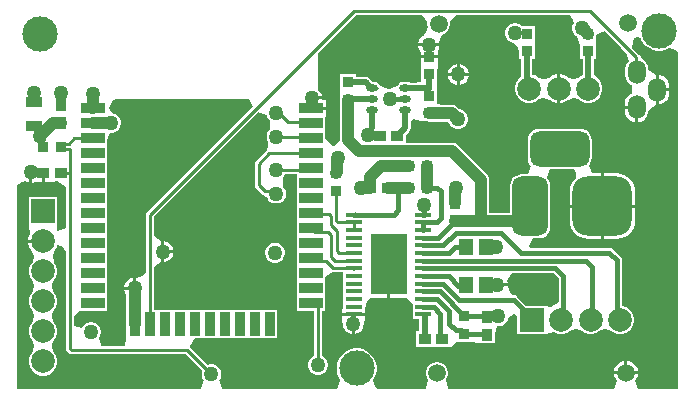
<source format=gbr>
%TF.GenerationSoftware,Altium Limited,Altium Designer,23.4.1 (23)*%
G04 Layer_Physical_Order=1*
G04 Layer_Color=255*
%FSLAX45Y45*%
%MOMM*%
%TF.SameCoordinates,95043EA5-DFE4-4E97-A360-3BE786514F03*%
%TF.FilePolarity,Positive*%
%TF.FileFunction,Copper,L1,Top,Signal*%
%TF.Part,Single*%
G01*
G75*
%TA.AperFunction,SMDPad,CuDef*%
%ADD10R,2.00000X0.90000*%
%ADD11R,0.90000X2.00000*%
%ADD12R,0.95000X0.95000*%
%ADD13R,0.95000X1.00000*%
%TA.AperFunction,ConnectorPad*%
%ADD14R,1.00000X0.95000*%
%TA.AperFunction,SMDPad,CuDef*%
%ADD15R,0.95000X0.95000*%
%TA.AperFunction,ConnectorPad*%
%ADD16R,1.45000X0.85000*%
%TA.AperFunction,SMDPad,CuDef*%
%ADD17O,1.00000X0.60000*%
%ADD18R,1.00000X0.95000*%
%ADD19R,1.40000X0.45000*%
%ADD20R,3.10000X5.18000*%
%ADD21R,1.15000X1.35000*%
%TA.AperFunction,Conductor*%
%ADD22C,1.00000*%
%ADD23C,0.25400*%
%ADD24C,0.40000*%
%ADD25C,0.50000*%
%TA.AperFunction,ComponentPad*%
%ADD26C,2.00000*%
%ADD27R,2.00000X2.00000*%
%TA.AperFunction,ViaPad*%
%ADD28C,3.00000*%
%TA.AperFunction,ComponentPad*%
%ADD29O,1.50000X1.52400*%
%ADD30C,1.50000*%
%ADD31O,1.50000X2.00000*%
G04:AMPARAMS|DCode=32|XSize=5mm|YSize=3mm|CornerRadius=0.75mm|HoleSize=0mm|Usage=FLASHONLY|Rotation=180.000|XOffset=0mm|YOffset=0mm|HoleType=Round|Shape=RoundedRectangle|*
%AMROUNDEDRECTD32*
21,1,5.00000,1.50000,0,0,180.0*
21,1,3.50000,3.00000,0,0,180.0*
1,1,1.50000,-1.75000,0.75000*
1,1,1.50000,1.75000,0.75000*
1,1,1.50000,1.75000,-0.75000*
1,1,1.50000,-1.75000,-0.75000*
%
%ADD32ROUNDEDRECTD32*%
G04:AMPARAMS|DCode=33|XSize=3mm|YSize=5mm|CornerRadius=0.75mm|HoleSize=0mm|Usage=FLASHONLY|Rotation=180.000|XOffset=0mm|YOffset=0mm|HoleType=Round|Shape=RoundedRectangle|*
%AMROUNDEDRECTD33*
21,1,3.00000,3.50000,0,0,180.0*
21,1,1.50000,5.00000,0,0,180.0*
1,1,1.50000,-0.75000,1.75000*
1,1,1.50000,0.75000,1.75000*
1,1,1.50000,0.75000,-1.75000*
1,1,1.50000,-0.75000,-1.75000*
%
%ADD33ROUNDEDRECTD33*%
G04:AMPARAMS|DCode=34|XSize=5mm|YSize=5mm|CornerRadius=1.25mm|HoleSize=0mm|Usage=FLASHONLY|Rotation=180.000|XOffset=0mm|YOffset=0mm|HoleType=Round|Shape=RoundedRectangle|*
%AMROUNDEDRECTD34*
21,1,5.00000,2.50000,0,0,180.0*
21,1,2.50000,5.00000,0,0,180.0*
1,1,2.50000,-1.25000,1.25000*
1,1,2.50000,1.25000,1.25000*
1,1,2.50000,1.25000,-1.25000*
1,1,2.50000,-1.25000,-1.25000*
%
%ADD34ROUNDEDRECTD34*%
%ADD35R,2.00000X2.00000*%
%TA.AperFunction,ViaPad*%
%ADD36C,1.27000*%
%ADD37C,0.50000*%
G36*
X4761186Y3172350D02*
X4769193Y3144359D01*
X4762190Y3132230D01*
X4756500Y3110993D01*
Y3089007D01*
X4762190Y3067770D01*
X4773183Y3048730D01*
X4788730Y3033183D01*
X4792808Y3030828D01*
X4815581Y2986570D01*
X4822498Y2955023D01*
X4822498Y2918123D01*
Y2838126D01*
X4844117D01*
Y2701939D01*
X4843682Y2701822D01*
X4816318Y2686024D01*
X4812433Y2682138D01*
X4764083Y2671983D01*
X4724316Y2683027D01*
X4716997Y2690345D01*
X4688403Y2706854D01*
X4656509Y2715400D01*
X4652700D01*
Y2590000D01*
Y2464600D01*
X4656509D01*
X4688403Y2473146D01*
X4716997Y2489655D01*
X4724316Y2496973D01*
X4764083Y2508017D01*
X4812433Y2497861D01*
X4816318Y2493976D01*
X4843682Y2478178D01*
X4874202Y2470000D01*
X4905798D01*
X4936319Y2478178D01*
X4963682Y2493976D01*
X4986024Y2516318D01*
X5001822Y2543681D01*
X5010000Y2574202D01*
Y2605798D01*
X5001822Y2636318D01*
X4986024Y2663682D01*
X4963682Y2686024D01*
X4936319Y2701822D01*
X4935880Y2701940D01*
Y2838126D01*
X4957498D01*
Y2918123D01*
X4957498Y2970234D01*
X4957561Y2976281D01*
X4958881Y3042553D01*
X4959163Y3044692D01*
X4989529Y3063451D01*
X5028777Y3074072D01*
X5168641Y2934208D01*
Y2934207D01*
X5168642Y2934207D01*
X5168644Y2934205D01*
D01*
X5209395Y2893454D01*
X5232245Y2822755D01*
X5217018Y2802910D01*
X5207445Y2779800D01*
X5204180Y2755000D01*
Y2705000D01*
X5207445Y2680200D01*
X5217018Y2657090D01*
X5232245Y2637245D01*
X5252090Y2622018D01*
X5259204Y2619071D01*
X5262734Y2603034D01*
X5261797Y2556693D01*
X5259436Y2546870D01*
X5249367Y2542700D01*
X5228394Y2526607D01*
X5212301Y2505634D01*
X5202184Y2481210D01*
X5198734Y2455000D01*
Y2442700D01*
X5300000D01*
Y2430000D01*
X5312700D01*
Y2305406D01*
X5326210Y2307184D01*
X5350633Y2317301D01*
X5371606Y2333394D01*
X5387699Y2354367D01*
X5397815Y2378790D01*
X5401266Y2405000D01*
X5411891Y2416667D01*
X5462299Y2448553D01*
Y2580000D01*
Y2707162D01*
X5416711Y2734419D01*
X5395819Y2755001D01*
X5392554Y2779800D01*
X5382982Y2802910D01*
X5367754Y2822755D01*
X5356968Y2831032D01*
X5325156Y2869611D01*
X5320355Y2876797D01*
X5313942Y2883210D01*
X5313941Y2883210D01*
X5262211Y2934940D01*
Y2934940D01*
X5262211D01*
X5262211Y2934941D01*
X5262211D01*
X5257421Y2939731D01*
X5276984Y3019163D01*
X5307051Y3028544D01*
X5314168Y3027301D01*
X5333497Y3013601D01*
X5339348Y2999475D01*
X5357952Y2971632D01*
X5381631Y2947953D01*
X5409475Y2929348D01*
X5440413Y2916533D01*
X5473257Y2910000D01*
X5506743D01*
X5539587Y2916533D01*
X5570525Y2929348D01*
X5580000Y2935679D01*
X5634578Y2914736D01*
X5650000Y2900589D01*
Y50000D01*
X5315715D01*
X5294954Y87775D01*
X5287699Y120000D01*
X5297699Y133033D01*
X5307816Y157457D01*
X5309752Y172167D01*
X5110248D01*
X5112184Y157457D01*
X5122301Y133033D01*
X5132301Y120000D01*
X5125046Y87775D01*
X5104285Y50000D01*
X3708427D01*
X3705905Y53395D01*
X3684350Y120000D01*
X3686019Y121669D01*
X3698525Y143331D01*
X3705000Y167493D01*
Y192507D01*
X3698525Y216668D01*
X3686019Y238331D01*
X3668331Y256019D01*
X3646668Y268525D01*
X3622507Y275000D01*
X3597493D01*
X3573331Y268525D01*
X3551669Y256019D01*
X3533981Y238331D01*
X3521474Y216668D01*
X3515000Y192507D01*
Y167493D01*
X3521474Y143331D01*
X3533981Y121669D01*
X3535650Y120000D01*
X3514095Y53395D01*
X3511573Y50000D01*
X3099411D01*
X3075942Y88712D01*
X3067639Y120000D01*
X3080652Y139475D01*
X3093467Y170413D01*
X3100000Y203257D01*
Y236743D01*
X3093467Y269587D01*
X3080652Y300525D01*
X3062047Y328369D01*
X3038369Y352048D01*
X3010525Y370652D01*
X2979587Y383467D01*
X2946743Y390000D01*
X2913257D01*
X2880413Y383467D01*
X2849475Y370652D01*
X2821631Y352048D01*
X2797952Y328369D01*
X2779348Y300525D01*
X2766533Y269587D01*
X2760000Y236743D01*
Y203257D01*
X2766533Y170413D01*
X2779348Y139475D01*
X2792361Y120000D01*
X2784058Y88712D01*
X2760589Y50000D01*
X1791978D01*
X1791771Y50270D01*
X1766817Y118730D01*
X1777809Y137770D01*
X1783500Y159007D01*
Y180993D01*
X1777809Y202230D01*
X1766817Y221270D01*
X1751270Y236817D01*
X1732230Y247810D01*
X1710993Y253500D01*
X1689007D01*
X1669009Y248141D01*
X1522674Y394476D01*
X1516170Y408285D01*
X1560575Y478285D01*
X2257910D01*
Y718285D01*
X1210251D01*
Y1072561D01*
X1223380Y1088338D01*
X1277300Y1120506D01*
Y1210000D01*
Y1299494D01*
X1223380Y1331663D01*
X1210251Y1347439D01*
Y1503100D01*
X2096500Y2389349D01*
X2145405Y2375137D01*
X2168329Y2362183D01*
X2172190Y2347770D01*
X2183183Y2328730D01*
X2192204Y2319709D01*
X2192240Y2319621D01*
X2195772Y2280000D01*
X2192240Y2240379D01*
X2192204Y2240291D01*
X2183183Y2231270D01*
X2172190Y2212230D01*
X2166500Y2190993D01*
Y2169007D01*
X2172190Y2147770D01*
X2175489Y2142057D01*
X2176616Y2102865D01*
X2167901Y2068539D01*
X2160119Y2057269D01*
X2102293Y1999443D01*
X2080524Y1977674D01*
X2080523D01*
X2080521Y1977671D01*
X2076425Y1973575D01*
X2076424Y1973574D01*
X2069197Y1962759D01*
X2066659Y1950000D01*
X2066659Y1944203D01*
D01*
X2066659Y1913417D01*
Y1775797D01*
X2066659Y1775797D01*
X2066659Y1770000D01*
X2069197Y1757245D01*
X2069197Y1757241D01*
X2074177Y1749789D01*
X2074177Y1749788D01*
X2076424Y1746425D01*
X2076424Y1746424D01*
X2080523Y1742326D01*
X2080523Y1742325D01*
X2102292Y1720557D01*
X2126985Y1695865D01*
X2130348Y1693617D01*
X2137801Y1688637D01*
X2138356Y1688527D01*
X2176476Y1660347D01*
X2183183Y1648730D01*
X2198730Y1633183D01*
X2217770Y1622190D01*
X2239007Y1616500D01*
X2260993D01*
X2282230Y1622190D01*
X2301270Y1633183D01*
X2316817Y1648730D01*
X2327810Y1667770D01*
X2333500Y1689007D01*
Y1710993D01*
X2327810Y1732230D01*
X2316817Y1751270D01*
X2307796Y1760291D01*
X2307760Y1760379D01*
X2304228Y1800000D01*
X2307760Y1839621D01*
X2307796Y1839709D01*
X2316817Y1848730D01*
X2327168Y1866659D01*
X2424416D01*
Y1721289D01*
Y1594289D01*
Y1467289D01*
Y1340289D01*
Y1213289D01*
Y1086289D01*
Y959289D01*
Y832289D01*
Y705289D01*
X2566659D01*
Y327168D01*
X2548730Y316817D01*
X2533183Y301270D01*
X2522190Y282230D01*
X2516500Y260993D01*
Y239007D01*
X2522190Y217770D01*
X2533183Y198730D01*
X2548730Y183183D01*
X2567770Y172190D01*
X2589007Y166500D01*
X2610993D01*
X2632230Y172190D01*
X2651270Y183183D01*
X2666817Y198730D01*
X2677809Y217770D01*
X2683500Y239007D01*
Y260993D01*
X2677809Y282230D01*
X2666817Y301270D01*
X2651270Y316817D01*
X2633341Y327168D01*
Y705289D01*
X2636659Y705289D01*
X2664416D01*
Y832289D01*
Y959289D01*
Y992362D01*
X2668959Y997625D01*
X2672886Y1000647D01*
X2732498Y1034162D01*
X2815001D01*
Y959999D01*
Y895000D01*
Y830001D01*
Y725400D01*
X2809601D01*
Y690200D01*
X2905001D01*
X3000401D01*
Y725400D01*
X3000401Y725400D01*
X3016841Y788591D01*
X3041847Y815599D01*
X3059036Y815599D01*
X3187302D01*
Y1099999D01*
X3212702D01*
Y815599D01*
X3334997D01*
X3358152Y815599D01*
X3398180Y772366D01*
X3404998Y755786D01*
Y635001D01*
X3459117D01*
Y539573D01*
X3434999D01*
Y404573D01*
X3574998D01*
Y404573D01*
X3585001D01*
Y404573D01*
X3725001D01*
Y404573D01*
X3772498Y447499D01*
X3907497D01*
Y447498D01*
X3962499Y435000D01*
X3962499Y435000D01*
X3972321Y435000D01*
X4097499D01*
Y509794D01*
X4118760Y575733D01*
X4140972Y576499D01*
X4140993Y576500D01*
X4162230Y582190D01*
X4181270Y593183D01*
X4196817Y608730D01*
X4207810Y627770D01*
X4211730Y642400D01*
X4220451Y652961D01*
X4265829Y678770D01*
X4290000Y662975D01*
Y510000D01*
X4530000D01*
Y510000D01*
X4600000Y526077D01*
X4613682Y518178D01*
X4644202Y510000D01*
X4675798D01*
X4706319Y518178D01*
X4733682Y533976D01*
X4741520Y541815D01*
X4785000Y550518D01*
X4828480Y541815D01*
X4836318Y533976D01*
X4863682Y518178D01*
X4894202Y510000D01*
X4925798D01*
X4956319Y518178D01*
X4983682Y533976D01*
X4991520Y541815D01*
X5035000Y550518D01*
X5078480Y541815D01*
X5086318Y533976D01*
X5113682Y518178D01*
X5144202Y510000D01*
X5175798D01*
X5206319Y518178D01*
X5233682Y533976D01*
X5256024Y556318D01*
X5271822Y583682D01*
X5280000Y614202D01*
Y645798D01*
X5271822Y676318D01*
X5256024Y703682D01*
X5233682Y726024D01*
X5206319Y741822D01*
X5175798Y750000D01*
X5175782D01*
Y1135000D01*
X5175783Y1135001D01*
X5172678Y1150608D01*
X5163837Y1163839D01*
X5163837Y1163840D01*
X5098838Y1228838D01*
X5085607Y1237679D01*
X5070000Y1240784D01*
X5069999Y1240783D01*
X4393894D01*
X4385459Y1253556D01*
X4423116Y1323556D01*
X4474997D01*
X4499797Y1326821D01*
X4522907Y1336394D01*
X4542752Y1351621D01*
X4557980Y1371466D01*
X4567552Y1394576D01*
X4570817Y1419376D01*
Y1769376D01*
X4567552Y1794176D01*
X4557980Y1817286D01*
X4543577Y1836056D01*
X4544254Y1841243D01*
X4567914Y1906056D01*
X4767453D01*
X4784002Y1875987D01*
X4790096Y1836056D01*
X4778134Y1826239D01*
X4759340Y1803338D01*
X4745374Y1777210D01*
X4736774Y1748860D01*
X4733870Y1719376D01*
Y1607077D01*
X4997298D01*
Y1870504D01*
X4924833D01*
X4903149Y1913504D01*
X4897650Y1940504D01*
X4907980Y1953966D01*
X4917553Y1977076D01*
X4920818Y2001876D01*
Y2151876D01*
X4917553Y2176676D01*
X4907980Y2199786D01*
X4892753Y2219631D01*
X4872908Y2234858D01*
X4849798Y2244431D01*
X4824998Y2247696D01*
X4474998D01*
X4450198Y2244431D01*
X4427088Y2234858D01*
X4407243Y2219631D01*
X4392016Y2199786D01*
X4382443Y2176676D01*
X4379178Y2151876D01*
Y2001876D01*
X4382443Y1977076D01*
X4392016Y1953966D01*
X4406419Y1935196D01*
X4405742Y1930009D01*
X4382081Y1865196D01*
X4324998D01*
X4300198Y1861931D01*
X4277088Y1852358D01*
X4257243Y1837131D01*
X4242015Y1817286D01*
X4232443Y1794176D01*
X4229178Y1769376D01*
Y1538106D01*
X4050604D01*
Y1818273D01*
X4048198Y1836546D01*
X4041145Y1853575D01*
X4029925Y1868197D01*
X3789924Y2108198D01*
X3775302Y2119418D01*
X3758273Y2126471D01*
X3740000Y2128877D01*
X3349083D01*
X3346690Y2198877D01*
X3372445Y2224632D01*
X3382391Y2239517D01*
X3385883Y2257075D01*
Y2313361D01*
X3402501Y2331529D01*
X3472501Y2312066D01*
Y2312066D01*
X3520042D01*
X3521728Y2311368D01*
X3540001Y2308962D01*
X3703883D01*
X3711135Y2301710D01*
X3712190Y2297770D01*
X3723183Y2278730D01*
X3738730Y2263183D01*
X3757770Y2252190D01*
X3779007Y2246500D01*
X3800993D01*
X3822230Y2252190D01*
X3841270Y2263183D01*
X3856817Y2278730D01*
X3867810Y2297770D01*
X3873500Y2319007D01*
Y2340993D01*
X3867810Y2362230D01*
X3856817Y2381270D01*
X3841270Y2396817D01*
X3822230Y2407810D01*
X3800993Y2413500D01*
X3799043D01*
X3783052Y2429491D01*
X3768430Y2440711D01*
X3751401Y2447764D01*
X3733128Y2450170D01*
X3672573D01*
X3607501Y2462069D01*
X3607501Y2520170D01*
Y2597068D01*
X3607502D01*
X3612499Y2642497D01*
X3612499D01*
Y2719336D01*
X3617899Y2787098D01*
X3617899Y2845259D01*
Y2847298D01*
X3472099D01*
X3472098Y2787098D01*
X3477499Y2719336D01*
Y2642496D01*
X3408166Y2640884D01*
X3381333D01*
X3379511Y2642101D01*
X3360002Y2645982D01*
X3320002D01*
X3300493Y2642101D01*
X3283954Y2631050D01*
X3272903Y2614511D01*
X3226106Y2591103D01*
X3202061Y2588918D01*
X3196462Y2589426D01*
X3132563Y2607761D01*
X3125335Y2618577D01*
Y2618577D01*
X3123617Y2619726D01*
X3116051Y2631049D01*
X3116050Y2631050D01*
X3099512Y2642101D01*
X3099511Y2642101D01*
X3080002Y2645982D01*
X3067120D01*
X3038156Y2674946D01*
X3023271Y2684892D01*
X3005713Y2688384D01*
X2922499D01*
Y2710002D01*
X2787499D01*
Y2575003D01*
X2787499D01*
X2786116Y2505575D01*
X2784395Y2492500D01*
Y2156204D01*
X2740312Y2101053D01*
X2728006Y2101022D01*
X2664416Y2163835D01*
Y2229289D01*
Y2350889D01*
X2669816D01*
Y2408589D01*
X2544416D01*
Y2433989D01*
X2669816D01*
Y2491689D01*
X2643970D01*
X2639665Y2497300D01*
X2550000D01*
Y2522700D01*
X2638633D01*
X2632842Y2544314D01*
X2621138Y2564586D01*
X2604586Y2581138D01*
X2600000Y2583786D01*
Y2892849D01*
X2921510Y3214360D01*
X3475495D01*
X3487843Y3206481D01*
X3528089Y3152507D01*
Y3127493D01*
X3530392Y3118900D01*
X3530098Y3109068D01*
X3513953Y3065269D01*
X3498286Y3039356D01*
X3495572Y3037002D01*
X3485414Y3031138D01*
X3468862Y3014586D01*
X3457158Y2994314D01*
X3451367Y2972700D01*
X3628633D01*
X3628017Y2975000D01*
X3631572Y3007831D01*
X3658659Y3049773D01*
X3665202Y3054617D01*
X3681420Y3063981D01*
X3699108Y3081669D01*
X3711615Y3103332D01*
X3718089Y3127493D01*
Y3152507D01*
X3758335Y3206481D01*
X3770683Y3214360D01*
X4737278D01*
X4761186Y3172350D01*
D02*
G37*
G36*
X182700Y1791367D02*
X204314Y1797158D01*
X212881Y1802105D01*
X262294D01*
Y1875005D01*
X287694D01*
Y1802105D01*
X350394Y1802104D01*
X396659Y1805791D01*
X466659Y1759659D01*
Y1412269D01*
X396659Y1387003D01*
X389115Y1396091D01*
X395002Y1430004D01*
X395002Y1446542D01*
Y1670004D01*
X155002D01*
Y1448537D01*
X155001Y1430004D01*
X167153Y1360004D01*
X158148Y1344407D01*
X149602Y1312513D01*
Y1308704D01*
X275002D01*
Y1283304D01*
X149602D01*
Y1279495D01*
X158148Y1247602D01*
X174657Y1219007D01*
X184511Y1209153D01*
X193673Y1170385D01*
X185399Y1122107D01*
X178978Y1115686D01*
X163180Y1088322D01*
X155002Y1057802D01*
Y1026206D01*
X163180Y995686D01*
X178978Y968322D01*
X189352Y957948D01*
X196305Y915004D01*
X189352Y872060D01*
X178978Y861686D01*
X163180Y834322D01*
X155002Y803802D01*
Y772206D01*
X163180Y741686D01*
X178978Y714322D01*
X189352Y703948D01*
X196305Y661004D01*
X189352Y618060D01*
X178978Y607686D01*
X163180Y580322D01*
X155002Y549802D01*
Y518206D01*
X163180Y487686D01*
X178978Y460322D01*
X189352Y449948D01*
X196305Y407004D01*
X189352Y364060D01*
X178978Y353686D01*
X163180Y326322D01*
X155002Y295802D01*
Y264206D01*
X163180Y233686D01*
X178978Y206322D01*
X201320Y183980D01*
X228683Y168182D01*
X259203Y160004D01*
X290800D01*
X321320Y168182D01*
X348684Y183980D01*
X371026Y206322D01*
X386824Y233686D01*
X395002Y264206D01*
Y295802D01*
X386824Y326322D01*
X371026Y353686D01*
X360651Y364060D01*
X353699Y407004D01*
X360651Y449948D01*
X371026Y460322D01*
X386824Y487686D01*
X395002Y518206D01*
Y549802D01*
X386824Y580322D01*
X371026Y607686D01*
X360651Y618060D01*
X353699Y661004D01*
X360651Y703948D01*
X371026Y714322D01*
X386824Y741686D01*
X395002Y772206D01*
Y803802D01*
X386824Y834322D01*
X371026Y861686D01*
X360651Y872060D01*
X353699Y915004D01*
X360651Y957948D01*
X371026Y968322D01*
X386824Y995686D01*
X395002Y1026206D01*
Y1057802D01*
X386824Y1088322D01*
X371026Y1115686D01*
X364604Y1122107D01*
X356331Y1170385D01*
X365493Y1209153D01*
X375347Y1219007D01*
X391856Y1247602D01*
X395159Y1259929D01*
X396660Y1265528D01*
X433315Y1260702D01*
X466659Y1204513D01*
Y400328D01*
X466659Y400328D01*
X466659Y389879D01*
X469197Y377123D01*
X469197Y377120D01*
X476424Y366304D01*
X476424Y366304D01*
X483812Y358917D01*
X483812Y358915D01*
X491303Y351425D01*
X491304Y351424D01*
X502118Y344199D01*
X502120Y344197D01*
X514878Y341659D01*
X514879Y341659D01*
X516686Y341659D01*
X525327Y341659D01*
X525328Y341659D01*
X546665Y341659D01*
X1481190D01*
X1621858Y200990D01*
X1616500Y180993D01*
Y159007D01*
X1622190Y137770D01*
X1633183Y118730D01*
X1608229Y50270D01*
X1608022Y50000D01*
X50000D01*
Y1775281D01*
X100103Y1801002D01*
X120000Y1806215D01*
X135686Y1797158D01*
X157300Y1791367D01*
Y1880000D01*
X182700D01*
Y1791367D01*
D02*
G37*
G36*
X2048178Y2435329D02*
X1206932Y1594082D01*
X1157434Y1544585D01*
X1157433Y1544584D01*
X1153335Y1540485D01*
X1146108Y1529669D01*
X1143570Y1516910D01*
Y1511114D01*
X1143569Y1511113D01*
X1143569Y1441113D01*
Y1311658D01*
X1143569Y1241658D01*
Y1178343D01*
D01*
X1143569Y1171658D01*
Y1026568D01*
X1114496Y1005113D01*
X1073569Y985721D01*
X1062700Y988633D01*
Y900000D01*
X1050000D01*
Y887300D01*
X961367D01*
X967158Y865686D01*
X978862Y845414D01*
X979306Y844970D01*
Y598285D01*
X979510Y596736D01*
Y472886D01*
X979510D01*
X966340Y408341D01*
X770705D01*
X765756Y415223D01*
X746428Y478341D01*
X746817Y478730D01*
X757810Y497770D01*
X763500Y519007D01*
Y540993D01*
X757810Y562230D01*
X746817Y581270D01*
X731270Y596817D01*
X712230Y607810D01*
X690993Y613500D01*
X669007D01*
X647770Y607810D01*
X628730Y596817D01*
X613183Y581270D01*
X602190Y562230D01*
X533341Y575739D01*
Y653130D01*
X576414Y705289D01*
X816413D01*
Y832289D01*
Y959289D01*
Y1086289D01*
Y1213289D01*
Y1340289D01*
Y1467289D01*
Y1594289D01*
Y1721289D01*
Y1848289D01*
Y1975289D01*
Y2102289D01*
Y2150084D01*
X839007Y2216500D01*
X860993D01*
X882230Y2222190D01*
X901270Y2233183D01*
X916817Y2248730D01*
X927810Y2267770D01*
X933500Y2289007D01*
Y2310993D01*
X927810Y2332230D01*
X916817Y2351270D01*
X901270Y2366817D01*
X882230Y2377810D01*
X860993Y2383500D01*
X836401Y2422966D01*
X862523Y2496772D01*
X888371Y2500000D01*
X2021390D01*
X2048178Y2435329D01*
D02*
G37*
G36*
X4639217Y983107D02*
Y785392D01*
X4572728Y740187D01*
X4530000Y750000D01*
X4530000Y750000D01*
X4364744D01*
X4358838Y758838D01*
X4288839Y828838D01*
X4275607Y837679D01*
X4260000Y840784D01*
X4259999Y840783D01*
X4251973D01*
X4229617Y865766D01*
X4206887Y910784D01*
X4208633Y917300D01*
X4120000D01*
Y942700D01*
X4208633D01*
X4204877Y956718D01*
X4210201Y975905D01*
X4241197Y1024723D01*
X4243686Y1026719D01*
X4595605D01*
X4639217Y983107D01*
D02*
G37*
%LPC*%
G36*
X3628633Y2947300D02*
X3451367D01*
X3457158Y2925686D01*
X3468862Y2905414D01*
X3472099Y2902178D01*
Y2872698D01*
X3617899D01*
Y2917124D01*
X3622842Y2925686D01*
X3628633Y2947300D01*
D02*
G37*
G36*
X3802700Y2798633D02*
Y2722700D01*
X3878633D01*
X3872842Y2744314D01*
X3861138Y2764586D01*
X3844586Y2781138D01*
X3824314Y2792842D01*
X3802700Y2798633D01*
D02*
G37*
G36*
X3777300D02*
X3755686Y2792842D01*
X3735414Y2781138D01*
X3718862Y2764586D01*
X3707158Y2744314D01*
X3701367Y2722700D01*
X3777300D01*
Y2798633D01*
D02*
G37*
G36*
X3878633Y2697300D02*
X3802700D01*
Y2621367D01*
X3824314Y2627158D01*
X3844586Y2638862D01*
X3861138Y2655414D01*
X3872842Y2675686D01*
X3878633Y2697300D01*
D02*
G37*
G36*
X3777300D02*
X3701367D01*
X3707158Y2675686D01*
X3718862Y2655414D01*
X3735414Y2638862D01*
X3755686Y2627158D01*
X3777300Y2621367D01*
Y2697300D01*
D02*
G37*
G36*
X5487699Y2704595D02*
Y2592700D01*
X5576266D01*
Y2605000D01*
X5572816Y2631210D01*
X5562699Y2655633D01*
X5546606Y2676607D01*
X5525633Y2692699D01*
X5501210Y2702816D01*
X5487699Y2704595D01*
D02*
G37*
G36*
X4280993Y3143500D02*
X4259007D01*
X4237770Y3137810D01*
X4218730Y3126817D01*
X4203183Y3111270D01*
X4192190Y3092230D01*
X4186500Y3070993D01*
Y3049007D01*
X4192190Y3027770D01*
X4203183Y3008730D01*
X4218730Y2993183D01*
X4237770Y2982190D01*
X4259007Y2976500D01*
X4293759Y2936905D01*
X4302500Y2909793D01*
Y2838125D01*
X4324118D01*
Y2690527D01*
X4316318Y2686024D01*
X4293976Y2663682D01*
X4278178Y2636318D01*
X4270000Y2605798D01*
Y2574202D01*
X4278178Y2543681D01*
X4293976Y2516318D01*
X4316318Y2493976D01*
X4343682Y2478178D01*
X4374202Y2470000D01*
X4405798D01*
X4436319Y2478178D01*
X4463682Y2493976D01*
X4467567Y2497861D01*
X4515917Y2508017D01*
X4555685Y2496973D01*
X4563003Y2489655D01*
X4591598Y2473146D01*
X4623491Y2464600D01*
X4627300D01*
Y2590000D01*
Y2715400D01*
X4623491D01*
X4591598Y2706854D01*
X4563003Y2690345D01*
X4555685Y2683027D01*
X4515917Y2671983D01*
X4467567Y2682138D01*
X4463682Y2686024D01*
X4436319Y2701822D01*
X4415881Y2707298D01*
Y2838125D01*
X4437500D01*
Y2918125D01*
X4437500Y2973125D01*
X4437500Y3043126D01*
Y3123125D01*
X4324962D01*
X4321270Y3126817D01*
X4302230Y3137810D01*
X4280993Y3143500D01*
D02*
G37*
G36*
X5576266Y2567300D02*
X5487699D01*
Y2455406D01*
X5501210Y2457184D01*
X5525633Y2467301D01*
X5546606Y2483394D01*
X5562699Y2504367D01*
X5572816Y2528790D01*
X5576266Y2555000D01*
Y2567300D01*
D02*
G37*
G36*
X5287300Y2417300D02*
X5198734D01*
Y2405000D01*
X5202184Y2378790D01*
X5212301Y2354367D01*
X5228394Y2333394D01*
X5249367Y2317301D01*
X5273790Y2307184D01*
X5287300Y2305406D01*
Y2417300D01*
D02*
G37*
G36*
X5134998Y1870504D02*
X5022698D01*
Y1607077D01*
X5286126D01*
Y1719376D01*
X5283222Y1748860D01*
X5274622Y1777210D01*
X5260656Y1803338D01*
X5241861Y1826239D01*
X5218960Y1845034D01*
X5192832Y1859000D01*
X5164481Y1867600D01*
X5134998Y1870504D01*
D02*
G37*
G36*
X5286126Y1581677D02*
X5022698D01*
Y1318248D01*
X5134998D01*
X5164481Y1321152D01*
X5192832Y1329752D01*
X5218960Y1343718D01*
X5241861Y1362513D01*
X5260656Y1385414D01*
X5274622Y1411542D01*
X5283222Y1439892D01*
X5286126Y1469376D01*
Y1581677D01*
D02*
G37*
G36*
X4997298D02*
X4733870D01*
Y1469376D01*
X4736774Y1439892D01*
X4745374Y1411542D01*
X4759340Y1385414D01*
X4778134Y1362513D01*
X4801036Y1343718D01*
X4827164Y1329752D01*
X4855514Y1321152D01*
X4884998Y1318248D01*
X4997298D01*
Y1581677D01*
D02*
G37*
G36*
X1302700Y1298633D02*
Y1222700D01*
X1378633D01*
X1372842Y1244314D01*
X1361138Y1264586D01*
X1344586Y1281138D01*
X1324314Y1292842D01*
X1302700Y1298633D01*
D02*
G37*
G36*
X1378633Y1197300D02*
X1302700D01*
Y1121367D01*
X1324314Y1127159D01*
X1344586Y1138862D01*
X1361138Y1155414D01*
X1372842Y1175686D01*
X1378633Y1197300D01*
D02*
G37*
G36*
X2250993Y1283500D02*
X2229007D01*
X2207770Y1277809D01*
X2188730Y1266817D01*
X2173183Y1251270D01*
X2162190Y1232230D01*
X2156500Y1210993D01*
Y1189007D01*
X2162190Y1167770D01*
X2173183Y1148730D01*
X2188730Y1133183D01*
X2207770Y1122190D01*
X2229007Y1116500D01*
X2250993D01*
X2272230Y1122190D01*
X2291270Y1133183D01*
X2306817Y1148730D01*
X2317810Y1167770D01*
X2323500Y1189007D01*
Y1210993D01*
X2317810Y1232230D01*
X2306817Y1251270D01*
X2291270Y1266817D01*
X2272230Y1277809D01*
X2250993Y1283500D01*
D02*
G37*
G36*
X3000401Y664800D02*
X2905001D01*
X2809601D01*
Y629601D01*
X2809601Y629601D01*
X2809601Y629598D01*
X2811100Y588296D01*
X2817158Y565689D01*
X2817158Y565686D01*
X2818535Y563301D01*
X2828862Y545414D01*
X2845414Y528862D01*
X2865686Y517158D01*
X2887300Y511367D01*
Y600000D01*
X2912700D01*
Y511367D01*
X2934314Y517158D01*
X2954586Y528862D01*
X2971138Y545414D01*
X2971139Y545415D01*
X2982842Y565686D01*
X2994476Y608042D01*
X3000402Y629601D01*
X3000401D01*
Y664800D01*
D02*
G37*
G36*
X5222700Y285661D02*
Y197567D01*
X5309752D01*
X5307816Y212276D01*
X5297699Y236700D01*
X5281606Y257673D01*
X5260633Y273766D01*
X5236210Y283882D01*
X5222700Y285661D01*
D02*
G37*
G36*
X5197300D02*
X5183790Y283882D01*
X5159367Y273766D01*
X5138394Y257673D01*
X5122301Y236700D01*
X5112184Y212276D01*
X5110248Y197567D01*
X5197300D01*
Y285661D01*
D02*
G37*
G36*
X1037300Y988633D02*
X1015686Y982842D01*
X995414Y971138D01*
X978862Y954586D01*
X967158Y934314D01*
X961367Y912700D01*
X1037300D01*
Y988633D01*
D02*
G37*
%LPD*%
D10*
X696413Y1659289D02*
D03*
Y1532289D02*
D03*
Y2421289D02*
D03*
Y2294289D02*
D03*
Y2167289D02*
D03*
Y2040289D02*
D03*
Y1913289D02*
D03*
Y1786289D02*
D03*
Y1024289D02*
D03*
Y1151289D02*
D03*
Y897289D02*
D03*
Y770289D02*
D03*
Y1405289D02*
D03*
Y1278289D02*
D03*
X2544416D02*
D03*
Y897289D02*
D03*
Y1913289D02*
D03*
Y1024289D02*
D03*
Y770289D02*
D03*
Y2167289D02*
D03*
Y2040289D02*
D03*
Y2294289D02*
D03*
Y1786289D02*
D03*
Y1659289D02*
D03*
Y1532289D02*
D03*
Y1405289D02*
D03*
Y1151289D02*
D03*
Y2421289D02*
D03*
D11*
X1049910Y598285D02*
D03*
X1176910D02*
D03*
X2065910D02*
D03*
X1557910D02*
D03*
X1303910D02*
D03*
X1430910D02*
D03*
X1684910D02*
D03*
X1811910D02*
D03*
X1938910D02*
D03*
X2192910D02*
D03*
D12*
X4370000Y2905625D02*
D03*
Y3055625D02*
D03*
X4889998Y3055623D02*
D03*
Y2905626D02*
D03*
X2757497Y1874999D02*
D03*
Y1725002D02*
D03*
X2854999Y2492500D02*
D03*
Y2642502D02*
D03*
X3839998Y665001D02*
D03*
Y514999D02*
D03*
X3544999Y2859998D02*
D03*
X3540001Y2379566D02*
D03*
Y2529568D02*
D03*
X3544999Y2709996D02*
D03*
D13*
X4029999Y505000D02*
D03*
Y655002D02*
D03*
X425001Y2300001D02*
D03*
Y2449998D02*
D03*
X3764998Y1470002D02*
D03*
Y1619999D02*
D03*
D14*
X274994Y1875005D02*
D03*
X424996D02*
D03*
D15*
X425003Y2091660D02*
D03*
X275006D02*
D03*
X3525000Y1930421D02*
D03*
X3375003D02*
D03*
X3374998Y1750005D02*
D03*
X3525000D02*
D03*
D16*
X200001Y2272498D02*
D03*
Y2477501D02*
D03*
D17*
X3340002Y2405000D02*
D03*
Y2595002D02*
D03*
X3060002Y2405000D02*
D03*
Y2500001D02*
D03*
Y2595002D02*
D03*
X3340002Y2500001D02*
D03*
D18*
X3504999Y472073D02*
D03*
X3655001D02*
D03*
X3274998Y2192072D02*
D03*
X3125001D02*
D03*
X3044574Y1750000D02*
D03*
X3194577D02*
D03*
D19*
X3494998Y677500D02*
D03*
Y742499D02*
D03*
Y807503D02*
D03*
Y872501D02*
D03*
Y937500D02*
D03*
Y1002498D02*
D03*
Y1067502D02*
D03*
Y1132501D02*
D03*
Y1197499D02*
D03*
Y1262498D02*
D03*
Y1327502D02*
D03*
Y1392500D02*
D03*
Y1457499D02*
D03*
Y1522502D02*
D03*
X2905001Y677500D02*
D03*
Y742499D02*
D03*
Y807503D02*
D03*
Y872501D02*
D03*
Y937500D02*
D03*
Y1002498D02*
D03*
Y1067502D02*
D03*
Y1132501D02*
D03*
Y1197499D02*
D03*
Y1262498D02*
D03*
Y1327502D02*
D03*
Y1392500D02*
D03*
Y1457499D02*
D03*
Y1522502D02*
D03*
D20*
X3200002Y1099999D02*
D03*
D21*
X3851872Y930003D02*
D03*
X4026873D02*
D03*
X3851872Y1250002D02*
D03*
X4026873D02*
D03*
D22*
X3044574Y1750000D02*
Y1842074D01*
X2970000Y1750000D02*
X3044574D01*
X4845621Y3100000D02*
X4889998Y3055623D01*
X4840000Y3100000D02*
X4845621D01*
X3540001Y2379566D02*
X3733128D01*
X3782694Y2330000D01*
X3790000D01*
X3764998Y1467502D02*
X3980000D01*
X2952929Y2058274D02*
X3740000D01*
X3980000Y1467502D02*
Y1818273D01*
X3740000Y2058274D02*
X3980000Y1818273D01*
X3980000Y1467502D02*
X4301901D01*
X3980000D02*
X3980000Y1467502D01*
X4399998Y1565598D02*
Y1594376D01*
X4301901Y1467502D02*
X4399998Y1565598D01*
X2854999Y2156204D02*
X2952929Y2058274D01*
X3764998Y1743498D02*
X3770000Y1748500D01*
X3764998Y1619999D02*
Y1743498D01*
X696413Y2294289D02*
X836983D01*
X842694Y2300000D01*
X850000D01*
X250000Y2190000D02*
X360001Y2300001D01*
X425001D01*
X4373122Y1567500D02*
X4399998Y1594376D01*
X3284785Y1750000D02*
X3374993D01*
X3194577D02*
X3284785D01*
X3525000Y1750005D02*
Y1930421D01*
X3374993Y1750000D02*
X3374998Y1750005D01*
X696413Y2421289D02*
X698207Y2423083D01*
Y2538207D01*
X700000Y2540000D01*
X255868Y1315138D02*
X275002Y1296004D01*
X1049910Y598285D02*
Y899910D01*
X1050000Y900000D01*
X691413Y2426289D02*
X696413Y2421289D01*
X2757497Y1874999D02*
X2762334Y1879835D01*
Y1997334D01*
X2767500Y2002500D01*
X3132921Y1930421D02*
X3375003D01*
X3044574Y1842074D02*
X3132921Y1930421D01*
X2854999Y2156204D02*
Y2492500D01*
D23*
X2100000Y1770000D02*
Y1950000D01*
X2190289Y2040289D02*
X2544416D01*
X2100000Y1950000D02*
X2190289Y2040289D01*
X514879Y375000D02*
X1495000D01*
X1700000Y170000D01*
X459803Y2124041D02*
X490704D01*
X441663Y2075000D02*
Y2105901D01*
X459803Y2124041D01*
X490704D02*
X533952Y2167289D01*
X696413D01*
X441663Y2075000D02*
X500000D01*
X4365625Y3060000D02*
X4370000Y3055625D01*
X4270000Y3060000D02*
X4365625D01*
X2275521Y2384479D02*
X2350000Y2310000D01*
X2254479Y2384479D02*
X2275521D01*
X2250000Y2380000D02*
X2254479Y2384479D01*
X2528705Y2310000D02*
X2544416Y2294289D01*
X2350000Y2310000D02*
X2528705D01*
X4370000Y2610000D02*
X4390000Y2590000D01*
X5296779Y2733221D02*
X5300000Y2730000D01*
X2907700Y3247700D02*
X4902300D01*
X5296779Y2853221D01*
Y2733221D02*
Y2853221D01*
X1176910Y598285D02*
Y1516910D01*
X2907700Y3247700D01*
X2544416Y2421289D02*
X2550000Y2426873D01*
Y2510000D01*
X2150560Y1719440D02*
X2230560D01*
X2100000Y1770000D02*
X2150560Y1719440D01*
X2251195Y2178805D02*
X2532900D01*
X2250000Y2180000D02*
X2251195Y2178805D01*
X2230560Y1719440D02*
X2250000Y1700000D01*
X2712097Y1437903D02*
Y1510121D01*
X2765000Y1212378D02*
Y1385000D01*
X2712097Y1437903D02*
X2765000Y1385000D01*
X2710000Y1165000D02*
X2742499Y1132501D01*
X2574705Y1375000D02*
X2685121D01*
X2710000Y1165000D02*
Y1350121D01*
X2685121Y1375000D02*
X2710000Y1350121D01*
X2779879Y1197499D02*
X2905001D01*
X2765000Y1212378D02*
X2779879Y1197499D01*
X2532900Y2178805D02*
X2544416Y2167289D01*
X2531127Y1900000D02*
X2544416Y1913289D01*
X2250000Y1900000D02*
X2531127D01*
X500000Y1875000D02*
Y2075000D01*
Y389879D02*
Y1875000D01*
X424996Y1875005D02*
X425001Y1875000D01*
X500000D01*
X425003Y2091660D02*
X441663Y2075000D01*
X500000Y389879D02*
X514879Y375000D01*
X2544416Y770289D02*
X2567700D01*
X2600000Y737989D01*
Y250000D02*
Y737989D01*
X2544416Y1532289D02*
X2551705Y1525000D01*
X2697218D01*
X2712097Y1510121D01*
X2772376Y1457499D02*
X2905001D01*
X2757497Y1472378D02*
Y1725002D01*
Y1472378D02*
X2772376Y1457499D01*
X2544416Y1405289D02*
X2574705Y1375000D01*
X2742499Y1132501D02*
X2905001D01*
X2667637Y1132363D02*
X2732498Y1067502D01*
X2544416Y1151289D02*
X2563342Y1132363D01*
X2667637D01*
X2732498Y1067502D02*
X2905001D01*
X2895201Y1057702D02*
X2905001Y1067502D01*
X3637300Y489774D02*
X3655001Y472073D01*
X3494998Y677500D02*
X3495198D01*
X3504999Y667700D01*
X3060002Y2405000D02*
X3065002Y2400000D01*
X2905001Y1522502D02*
X2914801Y1532302D01*
X3060002Y2595002D02*
X3101760D01*
X2905001Y1392500D02*
Y1457499D01*
D24*
X5070000Y1200000D02*
X5134999Y1135001D01*
Y655001D02*
X5160000Y630000D01*
X5134999Y655001D02*
Y1135001D01*
X4867499Y1132501D02*
X4925000Y1075000D01*
X4910000Y630000D02*
X4925000Y645000D01*
Y1075000D01*
X4612498Y1067502D02*
X4680000Y1000000D01*
X4660000Y630000D02*
X4680000Y650000D01*
Y1000000D01*
X3799805Y800000D02*
X4260000D01*
X4330000Y710000D02*
X4410000Y630000D01*
X4330000Y710000D02*
Y730000D01*
X4260000Y800000D02*
X4330000Y730000D01*
X3710000Y600000D02*
X3767573Y542427D01*
X3812569D01*
X3839998Y514999D01*
X3710000Y600000D02*
Y709326D01*
X3839998Y514999D02*
X4020000D01*
X4029999Y505000D01*
X4032497Y657501D02*
X4127502D01*
X4130000Y660000D01*
X4029999Y655002D02*
X4032497Y657501D01*
X4020000Y665001D02*
X4029999Y655002D01*
X3622498Y1327502D02*
X3734998Y1440002D01*
X3340001Y2500000D02*
X3340002Y2500001D01*
X3210000Y2500000D02*
X3340001D01*
X2902500Y677500D02*
X2905001D01*
X2900000Y675000D02*
X2902500Y677500D01*
X2900000Y600000D02*
Y675000D01*
X3497500Y1522502D02*
X3500000Y1525003D01*
X3494998Y1522502D02*
X3497500D01*
X3500000Y1525003D02*
Y1600000D01*
X4026873Y930003D02*
X4026877Y930000D01*
X4120000D01*
X4026873Y1250002D02*
X4026875Y1250000D01*
X4110000D01*
X3839998Y665001D02*
X4020000D01*
X3581566Y740000D02*
X3637300Y684267D01*
X200000Y2477503D02*
X200001Y2477501D01*
X200000Y2477503D02*
Y2550000D01*
X425001Y2449998D02*
X427501Y2452498D01*
Y2547501D01*
X430000Y2550000D01*
X272496Y1877502D02*
X274994Y1875005D01*
X172498Y1877502D02*
X272496D01*
X170000Y1880000D02*
X172498Y1877502D01*
X3662498Y1262498D02*
X3770000Y1370000D01*
X4150000D02*
X4320000Y1200000D01*
X3770000Y1370000D02*
X4150000D01*
X4320000Y1200000D02*
X5070000D01*
X3662305Y937500D02*
X3799805Y800000D01*
X3494998Y1067502D02*
X4612498D01*
X3494998Y1132501D02*
X4867499D01*
X3525000Y1750005D02*
X3609995D01*
X3640000Y1490000D02*
Y1720000D01*
X3609995Y1750005D02*
X3640000Y1720000D01*
X3280000Y1560000D02*
Y1745215D01*
X3284785Y1750000D01*
X3242503Y1522502D02*
X3280000Y1560000D01*
X2905001Y1522502D02*
X3242503D01*
X3494998Y807503D02*
X3611824D01*
X3710000Y709326D01*
X3494998Y742499D02*
X3497496Y740000D01*
X3581566D01*
X3637300Y489774D02*
Y684267D01*
X3632498Y872501D02*
X3839998Y665001D01*
X3494998Y872501D02*
X3632498D01*
X3494998Y937500D02*
X3662305D01*
X3829369Y920000D02*
X3851872Y942504D01*
X3790000Y920000D02*
X3829369D01*
X3494998Y1002498D02*
X3707502D01*
X3790000Y920000D01*
X3494998Y1457499D02*
X3607499D01*
X3640000Y1490000D01*
X3494998Y1392500D02*
Y1457499D01*
Y1327502D02*
X3622498D01*
X3734998Y1440002D02*
X3737498D01*
X3494998Y1262498D02*
X3662498D01*
X3760000Y1250002D02*
X3851872D01*
X3494998Y1197499D02*
X3707498D01*
X3760000Y1250002D01*
D25*
X3340002Y2595002D02*
X3536789D01*
X3541791Y2590000D02*
Y2706789D01*
X3536789Y2595002D02*
X3541791Y2590000D01*
X4370000Y2610000D02*
Y2905625D01*
X4889998Y2590002D02*
Y2905626D01*
Y2590002D02*
X4890000Y2590000D01*
X4889998Y2905626D02*
X4899177Y2896447D01*
X3504999Y472073D02*
Y667700D01*
X3042708Y2595002D02*
X3060002D01*
X3038089Y2599621D02*
Y2610126D01*
X3005713Y2642502D02*
X3038089Y2610126D01*
Y2599621D02*
X3042708Y2595002D01*
X2854999Y2642502D02*
X3005713D01*
X2862500Y2500001D02*
X3060002D01*
X2854999Y2492500D02*
X2862500Y2500001D01*
X3060002Y2257070D02*
Y2405000D01*
X3340002Y2257075D02*
Y2405000D01*
X3299998Y2217072D02*
X3340002Y2257075D01*
X3299998Y2214572D02*
Y2217072D01*
X3277498Y2192072D02*
X3299998Y2214572D01*
X3274998Y2192072D02*
X3277498D01*
D26*
X4660000Y630000D02*
D03*
X4910000D02*
D03*
X5160000D02*
D03*
X4640000Y2590000D02*
D03*
X4890000D02*
D03*
X4390000D02*
D03*
X275002Y1296004D02*
D03*
Y1042004D02*
D03*
Y788004D02*
D03*
Y534004D02*
D03*
Y280004D02*
D03*
D27*
X4410000Y630000D02*
D03*
D28*
X5490000Y3080000D02*
D03*
X2930000Y220000D02*
D03*
X250000Y3050000D02*
D03*
D29*
X5223089Y3144867D02*
D03*
X5210000Y184867D02*
D03*
D30*
X3623089Y3140000D02*
D03*
X3610000Y180000D02*
D03*
D31*
X5300000Y2430000D02*
D03*
Y2730000D02*
D03*
X5475000Y2580000D02*
D03*
D32*
X4649998Y2076876D02*
D03*
D33*
X4399998Y1594376D02*
D03*
D34*
X5009998D02*
D03*
D35*
X275002Y1550004D02*
D03*
D36*
X2970000Y1750000D02*
D03*
X4840000Y3100000D02*
D03*
X1290000Y1210000D02*
D03*
X2240000Y1200000D02*
D03*
X3790000Y2330000D02*
D03*
X4130000Y660000D02*
D03*
X3790000Y2710000D02*
D03*
X3770000Y1748500D02*
D03*
X3210000Y2500000D02*
D03*
X2900000Y600000D02*
D03*
X3500000Y1600000D02*
D03*
X4120000Y930000D02*
D03*
X4110000Y1250000D02*
D03*
X200000Y2550000D02*
D03*
X1700000Y170000D02*
D03*
X850000Y2300000D02*
D03*
X250000Y2190000D02*
D03*
X430000Y2550000D02*
D03*
X170000Y1880000D02*
D03*
X4270000Y3060000D02*
D03*
X2250000Y2380000D02*
D03*
X3028907Y2193548D02*
D03*
X3540000Y2960000D02*
D03*
X2550000Y2510000D02*
D03*
X700000Y2540000D02*
D03*
X2250000Y2180000D02*
D03*
Y1700000D02*
D03*
X1050000Y900000D02*
D03*
X2767500Y2002500D02*
D03*
X680000Y530000D02*
D03*
X2250000Y1900000D02*
D03*
X2600000Y250000D02*
D03*
D37*
X3309999Y879999D02*
D03*
X3200002D02*
D03*
X3090000D02*
D03*
X3309999Y990002D02*
D03*
X3200002D02*
D03*
X3090000D02*
D03*
X3309999Y1099999D02*
D03*
X3200002D02*
D03*
X3090000D02*
D03*
X3309999Y1210001D02*
D03*
X3200002D02*
D03*
X3090000D02*
D03*
X3309999Y1319998D02*
D03*
X3200002D02*
D03*
X3090000D02*
D03*
%TF.MD5,a5f150fe1f258aeadfb41aaa20f785d1*%
M02*

</source>
